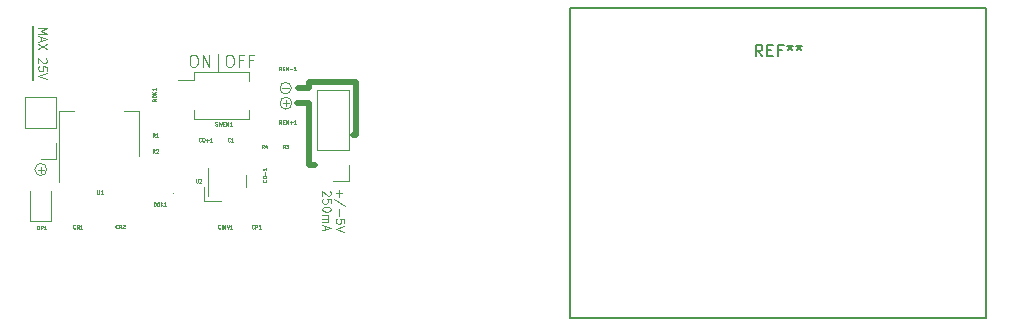
<source format=gbr>
G04 #@! TF.GenerationSoftware,KiCad,Pcbnew,(5.0.0-3-g5ebb6b6)*
G04 #@! TF.CreationDate,2019-03-02T11:42:57+00:00*
G04 #@! TF.ProjectId,WsonBagelBoard,57736F6E426167656C426F6172642E6B,rev?*
G04 #@! TF.SameCoordinates,Original*
G04 #@! TF.FileFunction,Legend,Top*
G04 #@! TF.FilePolarity,Positive*
%FSLAX46Y46*%
G04 Gerber Fmt 4.6, Leading zero omitted, Abs format (unit mm)*
G04 Created by KiCad (PCBNEW (5.0.0-3-g5ebb6b6)) date Saturday, 02 March 2019 at 11:42:57*
%MOMM*%
%LPD*%
G01*
G04 APERTURE LIST*
%ADD10C,0.500000*%
%ADD11C,0.100000*%
%ADD12C,0.150000*%
%ADD13C,0.120000*%
%ADD14C,0.070000*%
G04 APERTURE END LIST*
D10*
X122402600Y-57581800D02*
X122402600Y-57048400D01*
X121462800Y-57581800D02*
X122402600Y-57581800D01*
D11*
X124985000Y-66245000D02*
X124985000Y-66778333D01*
X124718333Y-66511666D02*
X125251666Y-66511666D01*
X125451666Y-67611666D02*
X124551666Y-67011666D01*
X124985000Y-67845000D02*
X124985000Y-68378333D01*
X125418333Y-69045000D02*
X125418333Y-68711666D01*
X125085000Y-68678333D01*
X125118333Y-68711666D01*
X125151666Y-68778333D01*
X125151666Y-68945000D01*
X125118333Y-69011666D01*
X125085000Y-69045000D01*
X125018333Y-69078333D01*
X124851666Y-69078333D01*
X124785000Y-69045000D01*
X124751666Y-69011666D01*
X124718333Y-68945000D01*
X124718333Y-68778333D01*
X124751666Y-68711666D01*
X124785000Y-68678333D01*
X125418333Y-69278333D02*
X124718333Y-69511666D01*
X125418333Y-69745000D01*
X124201666Y-66311666D02*
X124235000Y-66345000D01*
X124268333Y-66411666D01*
X124268333Y-66578333D01*
X124235000Y-66645000D01*
X124201666Y-66678333D01*
X124135000Y-66711666D01*
X124068333Y-66711666D01*
X123968333Y-66678333D01*
X123568333Y-66278333D01*
X123568333Y-66711666D01*
X124268333Y-67345000D02*
X124268333Y-67011666D01*
X123935000Y-66978333D01*
X123968333Y-67011666D01*
X124001666Y-67078333D01*
X124001666Y-67245000D01*
X123968333Y-67311666D01*
X123935000Y-67345000D01*
X123868333Y-67378333D01*
X123701666Y-67378333D01*
X123635000Y-67345000D01*
X123601666Y-67311666D01*
X123568333Y-67245000D01*
X123568333Y-67078333D01*
X123601666Y-67011666D01*
X123635000Y-66978333D01*
X124268333Y-67811666D02*
X124268333Y-67878333D01*
X124235000Y-67945000D01*
X124201666Y-67978333D01*
X124135000Y-68011666D01*
X124001666Y-68045000D01*
X123835000Y-68045000D01*
X123701666Y-68011666D01*
X123635000Y-67978333D01*
X123601666Y-67945000D01*
X123568333Y-67878333D01*
X123568333Y-67811666D01*
X123601666Y-67745000D01*
X123635000Y-67711666D01*
X123701666Y-67678333D01*
X123835000Y-67645000D01*
X124001666Y-67645000D01*
X124135000Y-67678333D01*
X124201666Y-67711666D01*
X124235000Y-67745000D01*
X124268333Y-67811666D01*
X123568333Y-68345000D02*
X124035000Y-68345000D01*
X123968333Y-68345000D02*
X124001666Y-68378333D01*
X124035000Y-68445000D01*
X124035000Y-68545000D01*
X124001666Y-68611666D01*
X123935000Y-68645000D01*
X123568333Y-68645000D01*
X123935000Y-68645000D02*
X124001666Y-68678333D01*
X124035000Y-68745000D01*
X124035000Y-68845000D01*
X124001666Y-68911666D01*
X123935000Y-68945000D01*
X123568333Y-68945000D01*
X123768333Y-69245000D02*
X123768333Y-69578333D01*
X123568333Y-69178333D02*
X124268333Y-69411666D01*
X123568333Y-69645000D01*
D12*
X99060000Y-52324000D02*
X99060000Y-56896000D01*
D11*
X99505333Y-52510000D02*
X100205333Y-52510000D01*
X99705333Y-52743333D01*
X100205333Y-52976666D01*
X99505333Y-52976666D01*
X99705333Y-53276666D02*
X99705333Y-53610000D01*
X99505333Y-53210000D02*
X100205333Y-53443333D01*
X99505333Y-53676666D01*
X100205333Y-53843333D02*
X99505333Y-54310000D01*
X100205333Y-54310000D02*
X99505333Y-53843333D01*
X100138666Y-55076666D02*
X100172000Y-55110000D01*
X100205333Y-55176666D01*
X100205333Y-55343333D01*
X100172000Y-55410000D01*
X100138666Y-55443333D01*
X100072000Y-55476666D01*
X100005333Y-55476666D01*
X99905333Y-55443333D01*
X99505333Y-55043333D01*
X99505333Y-55476666D01*
X100205333Y-56110000D02*
X100205333Y-55776666D01*
X99872000Y-55743333D01*
X99905333Y-55776666D01*
X99938666Y-55843333D01*
X99938666Y-56010000D01*
X99905333Y-56076666D01*
X99872000Y-56110000D01*
X99805333Y-56143333D01*
X99638666Y-56143333D01*
X99572000Y-56110000D01*
X99538666Y-56076666D01*
X99505333Y-56010000D01*
X99505333Y-55843333D01*
X99538666Y-55776666D01*
X99572000Y-55743333D01*
X100205333Y-56343333D02*
X99505333Y-56576666D01*
X100205333Y-56810000D01*
X100228467Y-64482375D02*
G75*
G03X100228467Y-64482375I-508067J0D01*
G01*
X99441000Y-64490600D02*
X99999800Y-64490600D01*
X99720400Y-64236600D02*
X99720400Y-64744600D01*
X120472200Y-58623200D02*
X120472200Y-59131200D01*
X120980267Y-58868975D02*
G75*
G03X120980267Y-58868975I-508067J0D01*
G01*
X120192800Y-58877200D02*
X120751600Y-58877200D01*
X120167400Y-57607200D02*
X120726200Y-57607200D01*
X120929706Y-57598975D02*
G75*
G03X120929706Y-57598975I-482906J0D01*
G01*
D10*
X126415800Y-61569600D02*
X126187200Y-61569600D01*
X126441200Y-57048400D02*
X126415800Y-61544200D01*
X122402600Y-57048400D02*
X126441200Y-57048400D01*
X122402600Y-64135000D02*
X122910600Y-64135000D01*
X122402600Y-58877200D02*
X122402600Y-64135000D01*
X121437400Y-58877200D02*
X122377200Y-58877200D01*
D11*
X112560409Y-54773580D02*
X112750885Y-54773580D01*
X112846123Y-54821200D01*
X112941361Y-54916438D01*
X112988980Y-55106914D01*
X112988980Y-55440247D01*
X112941361Y-55630723D01*
X112846123Y-55725961D01*
X112750885Y-55773580D01*
X112560409Y-55773580D01*
X112465171Y-55725961D01*
X112369933Y-55630723D01*
X112322314Y-55440247D01*
X112322314Y-55106914D01*
X112369933Y-54916438D01*
X112465171Y-54821200D01*
X112560409Y-54773580D01*
X113417552Y-55773580D02*
X113417552Y-54773580D01*
X113988980Y-55773580D01*
X113988980Y-54773580D01*
X114703266Y-56106914D02*
X114703266Y-54678342D01*
X115608028Y-54773580D02*
X115798504Y-54773580D01*
X115893742Y-54821200D01*
X115988980Y-54916438D01*
X116036600Y-55106914D01*
X116036600Y-55440247D01*
X115988980Y-55630723D01*
X115893742Y-55725961D01*
X115798504Y-55773580D01*
X115608028Y-55773580D01*
X115512790Y-55725961D01*
X115417552Y-55630723D01*
X115369933Y-55440247D01*
X115369933Y-55106914D01*
X115417552Y-54916438D01*
X115512790Y-54821200D01*
X115608028Y-54773580D01*
X116798504Y-55249771D02*
X116465171Y-55249771D01*
X116465171Y-55773580D02*
X116465171Y-54773580D01*
X116941361Y-54773580D01*
X117655647Y-55249771D02*
X117322314Y-55249771D01*
X117322314Y-55773580D02*
X117322314Y-54773580D01*
X117798504Y-54773580D01*
D13*
G04 #@! TO.C,J_IN2*
X101025000Y-58360000D02*
X98365000Y-58360000D01*
X101025000Y-60960000D02*
X101025000Y-58360000D01*
X98365000Y-60960000D02*
X98365000Y-58360000D01*
X101025000Y-60960000D02*
X98365000Y-60960000D01*
X101025000Y-62230000D02*
X101025000Y-63560000D01*
X101025000Y-63560000D02*
X99695000Y-63560000D01*
G04 #@! TO.C,J_OUT1*
X125790000Y-57725000D02*
X123130000Y-57725000D01*
X125790000Y-62865000D02*
X125790000Y-57725000D01*
X123130000Y-62865000D02*
X123130000Y-57725000D01*
X125790000Y-62865000D02*
X123130000Y-62865000D01*
X125790000Y-64135000D02*
X125790000Y-65465000D01*
X125790000Y-65465000D02*
X124460000Y-65465000D01*
G04 #@! TO.C,SWEN1*
X112689500Y-60194500D02*
X117308500Y-60194500D01*
X111298500Y-56914500D02*
X112689500Y-56914500D01*
X112689500Y-56264500D02*
X112689500Y-56914500D01*
X112689500Y-56264500D02*
X117308500Y-56264500D01*
X117308500Y-56264500D02*
X117308500Y-56974500D01*
X112689500Y-59484500D02*
X112689500Y-60194500D01*
X117308500Y-59484500D02*
X117308500Y-60194500D01*
G04 #@! TO.C,U1*
X108058000Y-59558000D02*
X106798000Y-59558000D01*
X101238000Y-59558000D02*
X102498000Y-59558000D01*
X108058000Y-63318000D02*
X108058000Y-59558000D01*
X101238000Y-65568000D02*
X101238000Y-59558000D01*
G04 #@! TO.C,U2*
X115006500Y-67168500D02*
X113506500Y-67168500D01*
X113506500Y-67168500D02*
X113506500Y-65968500D01*
X117126500Y-64968500D02*
X117126500Y-65968500D01*
X113886500Y-66718500D02*
X113886500Y-64348500D01*
D11*
G04 #@! TO.C,DOK1*
X110931500Y-66522600D02*
G75*
G03X110931500Y-66522600I-50000J0D01*
G01*
D13*
G04 #@! TO.C,DP1*
X98845000Y-68873500D02*
X100545000Y-68873500D01*
X100545000Y-68873500D02*
X100545000Y-66323500D01*
X98845000Y-68873500D02*
X98845000Y-66323500D01*
D12*
G04 #@! TO.C,REF\002A\002A*
X144518000Y-77081000D02*
X179768000Y-77081000D01*
X179768000Y-77081000D02*
X179768000Y-50841000D01*
X179768000Y-50841000D02*
X144518000Y-50841000D01*
X144518000Y-50841000D02*
X144518000Y-77081000D01*
G04 #@! TO.C,SWEN1*
D14*
X114496142Y-60751228D02*
X114539000Y-60765514D01*
X114610428Y-60765514D01*
X114639000Y-60751228D01*
X114653285Y-60736942D01*
X114667571Y-60708371D01*
X114667571Y-60679800D01*
X114653285Y-60651228D01*
X114639000Y-60636942D01*
X114610428Y-60622657D01*
X114553285Y-60608371D01*
X114524714Y-60594085D01*
X114510428Y-60579800D01*
X114496142Y-60551228D01*
X114496142Y-60522657D01*
X114510428Y-60494085D01*
X114524714Y-60479800D01*
X114553285Y-60465514D01*
X114624714Y-60465514D01*
X114667571Y-60479800D01*
X114767571Y-60465514D02*
X114839000Y-60765514D01*
X114896142Y-60551228D01*
X114953285Y-60765514D01*
X115024714Y-60465514D01*
X115139000Y-60608371D02*
X115239000Y-60608371D01*
X115281857Y-60765514D02*
X115139000Y-60765514D01*
X115139000Y-60465514D01*
X115281857Y-60465514D01*
X115410428Y-60765514D02*
X115410428Y-60465514D01*
X115581857Y-60765514D01*
X115581857Y-60465514D01*
X115881857Y-60765514D02*
X115710428Y-60765514D01*
X115796142Y-60765514D02*
X115796142Y-60465514D01*
X115767571Y-60508371D01*
X115739000Y-60536942D01*
X115710428Y-60551228D01*
G04 #@! TO.C,U1*
X104482928Y-66256714D02*
X104482928Y-66499571D01*
X104497214Y-66528142D01*
X104511500Y-66542428D01*
X104540071Y-66556714D01*
X104597214Y-66556714D01*
X104625785Y-66542428D01*
X104640071Y-66528142D01*
X104654357Y-66499571D01*
X104654357Y-66256714D01*
X104954357Y-66556714D02*
X104782928Y-66556714D01*
X104868642Y-66556714D02*
X104868642Y-66256714D01*
X104840071Y-66299571D01*
X104811500Y-66328142D01*
X104782928Y-66342428D01*
G04 #@! TO.C,U2*
X112852228Y-65291514D02*
X112852228Y-65534371D01*
X112866514Y-65562942D01*
X112880800Y-65577228D01*
X112909371Y-65591514D01*
X112966514Y-65591514D01*
X112995085Y-65577228D01*
X113009371Y-65562942D01*
X113023657Y-65534371D01*
X113023657Y-65291514D01*
X113152228Y-65320085D02*
X113166514Y-65305800D01*
X113195085Y-65291514D01*
X113266514Y-65291514D01*
X113295085Y-65305800D01*
X113309371Y-65320085D01*
X113323657Y-65348657D01*
X113323657Y-65377228D01*
X113309371Y-65420085D01*
X113137942Y-65591514D01*
X113323657Y-65591514D01*
G04 #@! TO.C,C1*
X115723200Y-62083142D02*
X115708914Y-62097428D01*
X115666057Y-62111714D01*
X115637485Y-62111714D01*
X115594628Y-62097428D01*
X115566057Y-62068857D01*
X115551771Y-62040285D01*
X115537485Y-61983142D01*
X115537485Y-61940285D01*
X115551771Y-61883142D01*
X115566057Y-61854571D01*
X115594628Y-61826000D01*
X115637485Y-61811714D01*
X115666057Y-61811714D01*
X115708914Y-61826000D01*
X115723200Y-61840285D01*
X116008914Y-62111714D02*
X115837485Y-62111714D01*
X115923200Y-62111714D02*
X115923200Y-61811714D01*
X115894628Y-61854571D01*
X115866057Y-61883142D01*
X115837485Y-61897428D01*
G04 #@! TO.C,CINV1*
X114908857Y-69449142D02*
X114894571Y-69463428D01*
X114851714Y-69477714D01*
X114823142Y-69477714D01*
X114780285Y-69463428D01*
X114751714Y-69434857D01*
X114737428Y-69406285D01*
X114723142Y-69349142D01*
X114723142Y-69306285D01*
X114737428Y-69249142D01*
X114751714Y-69220571D01*
X114780285Y-69192000D01*
X114823142Y-69177714D01*
X114851714Y-69177714D01*
X114894571Y-69192000D01*
X114908857Y-69206285D01*
X115037428Y-69477714D02*
X115037428Y-69177714D01*
X115180285Y-69477714D02*
X115180285Y-69177714D01*
X115351714Y-69477714D01*
X115351714Y-69177714D01*
X115451714Y-69177714D02*
X115551714Y-69477714D01*
X115651714Y-69177714D01*
X115908857Y-69477714D02*
X115737428Y-69477714D01*
X115823142Y-69477714D02*
X115823142Y-69177714D01*
X115794571Y-69220571D01*
X115766000Y-69249142D01*
X115737428Y-69263428D01*
G04 #@! TO.C,CP1*
X117757600Y-69449142D02*
X117743314Y-69463428D01*
X117700457Y-69477714D01*
X117671885Y-69477714D01*
X117629028Y-69463428D01*
X117600457Y-69434857D01*
X117586171Y-69406285D01*
X117571885Y-69349142D01*
X117571885Y-69306285D01*
X117586171Y-69249142D01*
X117600457Y-69220571D01*
X117629028Y-69192000D01*
X117671885Y-69177714D01*
X117700457Y-69177714D01*
X117743314Y-69192000D01*
X117757600Y-69206285D01*
X117886171Y-69477714D02*
X117886171Y-69177714D01*
X118000457Y-69177714D01*
X118029028Y-69192000D01*
X118043314Y-69206285D01*
X118057600Y-69234857D01*
X118057600Y-69277714D01*
X118043314Y-69306285D01*
X118029028Y-69320571D01*
X118000457Y-69334857D01*
X117886171Y-69334857D01*
X118343314Y-69477714D02*
X118171885Y-69477714D01*
X118257600Y-69477714D02*
X118257600Y-69177714D01*
X118229028Y-69220571D01*
X118200457Y-69249142D01*
X118171885Y-69263428D01*
G04 #@! TO.C,CR1*
X102644600Y-69449142D02*
X102630314Y-69463428D01*
X102587457Y-69477714D01*
X102558885Y-69477714D01*
X102516028Y-69463428D01*
X102487457Y-69434857D01*
X102473171Y-69406285D01*
X102458885Y-69349142D01*
X102458885Y-69306285D01*
X102473171Y-69249142D01*
X102487457Y-69220571D01*
X102516028Y-69192000D01*
X102558885Y-69177714D01*
X102587457Y-69177714D01*
X102630314Y-69192000D01*
X102644600Y-69206285D01*
X102944600Y-69477714D02*
X102844600Y-69334857D01*
X102773171Y-69477714D02*
X102773171Y-69177714D01*
X102887457Y-69177714D01*
X102916028Y-69192000D01*
X102930314Y-69206285D01*
X102944600Y-69234857D01*
X102944600Y-69277714D01*
X102930314Y-69306285D01*
X102916028Y-69320571D01*
X102887457Y-69334857D01*
X102773171Y-69334857D01*
X103230314Y-69477714D02*
X103058885Y-69477714D01*
X103144600Y-69477714D02*
X103144600Y-69177714D01*
X103116028Y-69220571D01*
X103087457Y-69249142D01*
X103058885Y-69263428D01*
G04 #@! TO.C,CR2*
X106226000Y-69423742D02*
X106211714Y-69438028D01*
X106168857Y-69452314D01*
X106140285Y-69452314D01*
X106097428Y-69438028D01*
X106068857Y-69409457D01*
X106054571Y-69380885D01*
X106040285Y-69323742D01*
X106040285Y-69280885D01*
X106054571Y-69223742D01*
X106068857Y-69195171D01*
X106097428Y-69166600D01*
X106140285Y-69152314D01*
X106168857Y-69152314D01*
X106211714Y-69166600D01*
X106226000Y-69180885D01*
X106526000Y-69452314D02*
X106426000Y-69309457D01*
X106354571Y-69452314D02*
X106354571Y-69152314D01*
X106468857Y-69152314D01*
X106497428Y-69166600D01*
X106511714Y-69180885D01*
X106526000Y-69209457D01*
X106526000Y-69252314D01*
X106511714Y-69280885D01*
X106497428Y-69295171D01*
X106468857Y-69309457D01*
X106354571Y-69309457D01*
X106640285Y-69180885D02*
X106654571Y-69166600D01*
X106683142Y-69152314D01*
X106754571Y-69152314D01*
X106783142Y-69166600D01*
X106797428Y-69180885D01*
X106811714Y-69209457D01*
X106811714Y-69238028D01*
X106797428Y-69280885D01*
X106626000Y-69452314D01*
X106811714Y-69452314D01*
G04 #@! TO.C,DOK1*
X109275628Y-67572714D02*
X109275628Y-67272714D01*
X109347057Y-67272714D01*
X109389914Y-67287000D01*
X109418485Y-67315571D01*
X109432771Y-67344142D01*
X109447057Y-67401285D01*
X109447057Y-67444142D01*
X109432771Y-67501285D01*
X109418485Y-67529857D01*
X109389914Y-67558428D01*
X109347057Y-67572714D01*
X109275628Y-67572714D01*
X109632771Y-67272714D02*
X109689914Y-67272714D01*
X109718485Y-67287000D01*
X109747057Y-67315571D01*
X109761342Y-67372714D01*
X109761342Y-67472714D01*
X109747057Y-67529857D01*
X109718485Y-67558428D01*
X109689914Y-67572714D01*
X109632771Y-67572714D01*
X109604200Y-67558428D01*
X109575628Y-67529857D01*
X109561342Y-67472714D01*
X109561342Y-67372714D01*
X109575628Y-67315571D01*
X109604200Y-67287000D01*
X109632771Y-67272714D01*
X109889914Y-67572714D02*
X109889914Y-67272714D01*
X110061342Y-67572714D02*
X109932771Y-67401285D01*
X110061342Y-67272714D02*
X109889914Y-67444142D01*
X110347057Y-67572714D02*
X110175628Y-67572714D01*
X110261342Y-67572714D02*
X110261342Y-67272714D01*
X110232771Y-67315571D01*
X110204200Y-67344142D01*
X110175628Y-67358428D01*
G04 #@! TO.C,R1*
X109360500Y-61730714D02*
X109260500Y-61587857D01*
X109189071Y-61730714D02*
X109189071Y-61430714D01*
X109303357Y-61430714D01*
X109331928Y-61445000D01*
X109346214Y-61459285D01*
X109360500Y-61487857D01*
X109360500Y-61530714D01*
X109346214Y-61559285D01*
X109331928Y-61573571D01*
X109303357Y-61587857D01*
X109189071Y-61587857D01*
X109646214Y-61730714D02*
X109474785Y-61730714D01*
X109560500Y-61730714D02*
X109560500Y-61430714D01*
X109531928Y-61473571D01*
X109503357Y-61502142D01*
X109474785Y-61516428D01*
G04 #@! TO.C,R2*
X109360500Y-63064214D02*
X109260500Y-62921357D01*
X109189071Y-63064214D02*
X109189071Y-62764214D01*
X109303357Y-62764214D01*
X109331928Y-62778500D01*
X109346214Y-62792785D01*
X109360500Y-62821357D01*
X109360500Y-62864214D01*
X109346214Y-62892785D01*
X109331928Y-62907071D01*
X109303357Y-62921357D01*
X109189071Y-62921357D01*
X109474785Y-62792785D02*
X109489071Y-62778500D01*
X109517642Y-62764214D01*
X109589071Y-62764214D01*
X109617642Y-62778500D01*
X109631928Y-62792785D01*
X109646214Y-62821357D01*
X109646214Y-62849928D01*
X109631928Y-62892785D01*
X109460500Y-63064214D01*
X109646214Y-63064214D01*
G04 #@! TO.C,R3*
X120396800Y-62695914D02*
X120296800Y-62553057D01*
X120225371Y-62695914D02*
X120225371Y-62395914D01*
X120339657Y-62395914D01*
X120368228Y-62410200D01*
X120382514Y-62424485D01*
X120396800Y-62453057D01*
X120396800Y-62495914D01*
X120382514Y-62524485D01*
X120368228Y-62538771D01*
X120339657Y-62553057D01*
X120225371Y-62553057D01*
X120496800Y-62395914D02*
X120682514Y-62395914D01*
X120582514Y-62510200D01*
X120625371Y-62510200D01*
X120653942Y-62524485D01*
X120668228Y-62538771D01*
X120682514Y-62567342D01*
X120682514Y-62638771D01*
X120668228Y-62667342D01*
X120653942Y-62681628D01*
X120625371Y-62695914D01*
X120539657Y-62695914D01*
X120511085Y-62681628D01*
X120496800Y-62667342D01*
G04 #@! TO.C,R4*
X118593400Y-62695914D02*
X118493400Y-62553057D01*
X118421971Y-62695914D02*
X118421971Y-62395914D01*
X118536257Y-62395914D01*
X118564828Y-62410200D01*
X118579114Y-62424485D01*
X118593400Y-62453057D01*
X118593400Y-62495914D01*
X118579114Y-62524485D01*
X118564828Y-62538771D01*
X118536257Y-62553057D01*
X118421971Y-62553057D01*
X118850542Y-62495914D02*
X118850542Y-62695914D01*
X118779114Y-62381628D02*
X118707685Y-62595914D01*
X118893400Y-62595914D01*
G04 #@! TO.C,REN+1*
X120096028Y-60587714D02*
X119996028Y-60444857D01*
X119924600Y-60587714D02*
X119924600Y-60287714D01*
X120038885Y-60287714D01*
X120067457Y-60302000D01*
X120081742Y-60316285D01*
X120096028Y-60344857D01*
X120096028Y-60387714D01*
X120081742Y-60416285D01*
X120067457Y-60430571D01*
X120038885Y-60444857D01*
X119924600Y-60444857D01*
X120224600Y-60430571D02*
X120324600Y-60430571D01*
X120367457Y-60587714D02*
X120224600Y-60587714D01*
X120224600Y-60287714D01*
X120367457Y-60287714D01*
X120496028Y-60587714D02*
X120496028Y-60287714D01*
X120667457Y-60587714D01*
X120667457Y-60287714D01*
X120810314Y-60473428D02*
X121038885Y-60473428D01*
X120924600Y-60587714D02*
X120924600Y-60359142D01*
X121338885Y-60587714D02*
X121167457Y-60587714D01*
X121253171Y-60587714D02*
X121253171Y-60287714D01*
X121224600Y-60330571D01*
X121196028Y-60359142D01*
X121167457Y-60373428D01*
G04 #@! TO.C,REN-1*
X120070628Y-56091914D02*
X119970628Y-55949057D01*
X119899200Y-56091914D02*
X119899200Y-55791914D01*
X120013485Y-55791914D01*
X120042057Y-55806200D01*
X120056342Y-55820485D01*
X120070628Y-55849057D01*
X120070628Y-55891914D01*
X120056342Y-55920485D01*
X120042057Y-55934771D01*
X120013485Y-55949057D01*
X119899200Y-55949057D01*
X120199200Y-55934771D02*
X120299200Y-55934771D01*
X120342057Y-56091914D02*
X120199200Y-56091914D01*
X120199200Y-55791914D01*
X120342057Y-55791914D01*
X120470628Y-56091914D02*
X120470628Y-55791914D01*
X120642057Y-56091914D01*
X120642057Y-55791914D01*
X120784914Y-55977628D02*
X121013485Y-55977628D01*
X121313485Y-56091914D02*
X121142057Y-56091914D01*
X121227771Y-56091914D02*
X121227771Y-55791914D01*
X121199200Y-55834771D01*
X121170628Y-55863342D01*
X121142057Y-55877628D01*
G04 #@! TO.C,ROK1*
X109470014Y-58497742D02*
X109327157Y-58597742D01*
X109470014Y-58669171D02*
X109170014Y-58669171D01*
X109170014Y-58554885D01*
X109184300Y-58526314D01*
X109198585Y-58512028D01*
X109227157Y-58497742D01*
X109270014Y-58497742D01*
X109298585Y-58512028D01*
X109312871Y-58526314D01*
X109327157Y-58554885D01*
X109327157Y-58669171D01*
X109170014Y-58312028D02*
X109170014Y-58254885D01*
X109184300Y-58226314D01*
X109212871Y-58197742D01*
X109270014Y-58183457D01*
X109370014Y-58183457D01*
X109427157Y-58197742D01*
X109455728Y-58226314D01*
X109470014Y-58254885D01*
X109470014Y-58312028D01*
X109455728Y-58340600D01*
X109427157Y-58369171D01*
X109370014Y-58383457D01*
X109270014Y-58383457D01*
X109212871Y-58369171D01*
X109184300Y-58340600D01*
X109170014Y-58312028D01*
X109470014Y-58054885D02*
X109170014Y-58054885D01*
X109470014Y-57883457D02*
X109298585Y-58012028D01*
X109170014Y-57883457D02*
X109341442Y-58054885D01*
X109470014Y-57597742D02*
X109470014Y-57769171D01*
X109470014Y-57683457D02*
X109170014Y-57683457D01*
X109212871Y-57712028D01*
X109241442Y-57740600D01*
X109255728Y-57769171D01*
G04 #@! TO.C,DP1*
X99425171Y-69541214D02*
X99425171Y-69241214D01*
X99496600Y-69241214D01*
X99539457Y-69255500D01*
X99568028Y-69284071D01*
X99582314Y-69312642D01*
X99596600Y-69369785D01*
X99596600Y-69412642D01*
X99582314Y-69469785D01*
X99568028Y-69498357D01*
X99539457Y-69526928D01*
X99496600Y-69541214D01*
X99425171Y-69541214D01*
X99725171Y-69541214D02*
X99725171Y-69241214D01*
X99839457Y-69241214D01*
X99868028Y-69255500D01*
X99882314Y-69269785D01*
X99896600Y-69298357D01*
X99896600Y-69341214D01*
X99882314Y-69369785D01*
X99868028Y-69384071D01*
X99839457Y-69398357D01*
X99725171Y-69398357D01*
X100182314Y-69541214D02*
X100010885Y-69541214D01*
X100096600Y-69541214D02*
X100096600Y-69241214D01*
X100068028Y-69284071D01*
X100039457Y-69312642D01*
X100010885Y-69326928D01*
G04 #@! TO.C,CO+1*
X113272142Y-62083142D02*
X113257857Y-62097428D01*
X113215000Y-62111714D01*
X113186428Y-62111714D01*
X113143571Y-62097428D01*
X113115000Y-62068857D01*
X113100714Y-62040285D01*
X113086428Y-61983142D01*
X113086428Y-61940285D01*
X113100714Y-61883142D01*
X113115000Y-61854571D01*
X113143571Y-61826000D01*
X113186428Y-61811714D01*
X113215000Y-61811714D01*
X113257857Y-61826000D01*
X113272142Y-61840285D01*
X113457857Y-61811714D02*
X113515000Y-61811714D01*
X113543571Y-61826000D01*
X113572142Y-61854571D01*
X113586428Y-61911714D01*
X113586428Y-62011714D01*
X113572142Y-62068857D01*
X113543571Y-62097428D01*
X113515000Y-62111714D01*
X113457857Y-62111714D01*
X113429285Y-62097428D01*
X113400714Y-62068857D01*
X113386428Y-62011714D01*
X113386428Y-61911714D01*
X113400714Y-61854571D01*
X113429285Y-61826000D01*
X113457857Y-61811714D01*
X113715000Y-61997428D02*
X113943571Y-61997428D01*
X113829285Y-62111714D02*
X113829285Y-61883142D01*
X114243571Y-62111714D02*
X114072142Y-62111714D01*
X114157857Y-62111714D02*
X114157857Y-61811714D01*
X114129285Y-61854571D01*
X114100714Y-61883142D01*
X114072142Y-61897428D01*
G04 #@! TO.C,CO-1*
X118788642Y-65353357D02*
X118802928Y-65367642D01*
X118817214Y-65410500D01*
X118817214Y-65439071D01*
X118802928Y-65481928D01*
X118774357Y-65510500D01*
X118745785Y-65524785D01*
X118688642Y-65539071D01*
X118645785Y-65539071D01*
X118588642Y-65524785D01*
X118560071Y-65510500D01*
X118531500Y-65481928D01*
X118517214Y-65439071D01*
X118517214Y-65410500D01*
X118531500Y-65367642D01*
X118545785Y-65353357D01*
X118517214Y-65167642D02*
X118517214Y-65110500D01*
X118531500Y-65081928D01*
X118560071Y-65053357D01*
X118617214Y-65039071D01*
X118717214Y-65039071D01*
X118774357Y-65053357D01*
X118802928Y-65081928D01*
X118817214Y-65110500D01*
X118817214Y-65167642D01*
X118802928Y-65196214D01*
X118774357Y-65224785D01*
X118717214Y-65239071D01*
X118617214Y-65239071D01*
X118560071Y-65224785D01*
X118531500Y-65196214D01*
X118517214Y-65167642D01*
X118702928Y-64910500D02*
X118702928Y-64681928D01*
X118817214Y-64381928D02*
X118817214Y-64553357D01*
X118817214Y-64467642D02*
X118517214Y-64467642D01*
X118560071Y-64496214D01*
X118588642Y-64524785D01*
X118602928Y-64553357D01*
G04 #@! TO.C,REF\002A\002A*
D12*
X160814666Y-54913380D02*
X160481333Y-54437190D01*
X160243238Y-54913380D02*
X160243238Y-53913380D01*
X160624190Y-53913380D01*
X160719428Y-53961000D01*
X160767047Y-54008619D01*
X160814666Y-54103857D01*
X160814666Y-54246714D01*
X160767047Y-54341952D01*
X160719428Y-54389571D01*
X160624190Y-54437190D01*
X160243238Y-54437190D01*
X161243238Y-54389571D02*
X161576571Y-54389571D01*
X161719428Y-54913380D02*
X161243238Y-54913380D01*
X161243238Y-53913380D01*
X161719428Y-53913380D01*
X162481333Y-54389571D02*
X162148000Y-54389571D01*
X162148000Y-54913380D02*
X162148000Y-53913380D01*
X162624190Y-53913380D01*
X163148000Y-53913380D02*
X163148000Y-54151476D01*
X162909904Y-54056238D02*
X163148000Y-54151476D01*
X163386095Y-54056238D01*
X163005142Y-54341952D02*
X163148000Y-54151476D01*
X163290857Y-54341952D01*
X163909904Y-53913380D02*
X163909904Y-54151476D01*
X163671809Y-54056238D02*
X163909904Y-54151476D01*
X164148000Y-54056238D01*
X163767047Y-54341952D02*
X163909904Y-54151476D01*
X164052761Y-54341952D01*
G04 #@! TD*
M02*

</source>
